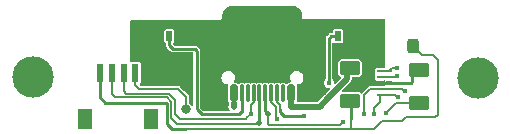
<source format=gtl>
G04 #@! TF.GenerationSoftware,KiCad,Pcbnew,(6.0.0)*
G04 #@! TF.CreationDate,2022-01-15T11:28:59+07:00*
G04 #@! TF.ProjectId,Unified-Daughterboard,556e6966-6965-4642-9d44-617567687465,C3*
G04 #@! TF.SameCoordinates,Original*
G04 #@! TF.FileFunction,Copper,L1,Top*
G04 #@! TF.FilePolarity,Positive*
%FSLAX46Y46*%
G04 Gerber Fmt 4.6, Leading zero omitted, Abs format (unit mm)*
G04 Created by KiCad (PCBNEW (6.0.0)) date 2022-01-15 11:28:59*
%MOMM*%
%LPD*%
G01*
G04 APERTURE LIST*
G04 Aperture macros list*
%AMRoundRect*
0 Rectangle with rounded corners*
0 $1 Rounding radius*
0 $2 $3 $4 $5 $6 $7 $8 $9 X,Y pos of 4 corners*
0 Add a 4 corners polygon primitive as box body*
4,1,4,$2,$3,$4,$5,$6,$7,$8,$9,$2,$3,0*
0 Add four circle primitives for the rounded corners*
1,1,$1+$1,$2,$3*
1,1,$1+$1,$4,$5*
1,1,$1+$1,$6,$7*
1,1,$1+$1,$8,$9*
0 Add four rect primitives between the rounded corners*
20,1,$1+$1,$2,$3,$4,$5,0*
20,1,$1+$1,$4,$5,$6,$7,0*
20,1,$1+$1,$6,$7,$8,$9,0*
20,1,$1+$1,$8,$9,$2,$3,0*%
G04 Aperture macros list end*
G04 #@! TA.AperFunction,ComponentPad*
%ADD10C,3.500001*%
G04 #@! TD*
G04 #@! TA.AperFunction,SMDPad,CuDef*
%ADD11R,0.500000X0.900000*%
G04 #@! TD*
G04 #@! TA.AperFunction,SMDPad,CuDef*
%ADD12RoundRect,0.125000X0.150000X0.000000X0.150000X0.000000X-0.150000X0.000000X-0.150000X0.000000X0*%
G04 #@! TD*
G04 #@! TA.AperFunction,SMDPad,CuDef*
%ADD13R,0.550000X0.250000*%
G04 #@! TD*
G04 #@! TA.AperFunction,SMDPad,CuDef*
%ADD14R,0.550000X0.300000*%
G04 #@! TD*
G04 #@! TA.AperFunction,SMDPad,CuDef*
%ADD15RoundRect,0.250000X-0.250000X-0.350000X0.250000X-0.350000X0.250000X0.350000X-0.250000X0.350000X0*%
G04 #@! TD*
G04 #@! TA.AperFunction,SMDPad,CuDef*
%ADD16RoundRect,0.250000X0.625000X-0.375000X0.625000X0.375000X-0.625000X0.375000X-0.625000X-0.375000X0*%
G04 #@! TD*
G04 #@! TA.AperFunction,WasherPad*
%ADD17C,3.500001*%
G04 #@! TD*
G04 #@! TA.AperFunction,SMDPad,CuDef*
%ADD18R,1.200000X1.800000*%
G04 #@! TD*
G04 #@! TA.AperFunction,SMDPad,CuDef*
%ADD19R,0.600000X1.550000*%
G04 #@! TD*
G04 #@! TA.AperFunction,SMDPad,CuDef*
%ADD20RoundRect,0.250000X-0.625000X0.375000X-0.625000X-0.375000X0.625000X-0.375000X0.625000X0.375000X0*%
G04 #@! TD*
G04 #@! TA.AperFunction,SMDPad,CuDef*
%ADD21RoundRect,0.150000X0.150000X0.575000X-0.150000X0.575000X-0.150000X-0.575000X0.150000X-0.575000X0*%
G04 #@! TD*
G04 #@! TA.AperFunction,SMDPad,CuDef*
%ADD22RoundRect,0.075000X0.075000X0.650000X-0.075000X0.650000X-0.075000X-0.650000X0.075000X-0.650000X0*%
G04 #@! TD*
G04 #@! TA.AperFunction,ComponentPad*
%ADD23O,1.100000X2.200000*%
G04 #@! TD*
G04 #@! TA.AperFunction,ComponentPad*
%ADD24O,1.300000X1.900000*%
G04 #@! TD*
G04 #@! TA.AperFunction,ViaPad*
%ADD25C,0.800000*%
G04 #@! TD*
G04 #@! TA.AperFunction,ViaPad*
%ADD26C,0.450000*%
G04 #@! TD*
G04 #@! TA.AperFunction,ViaPad*
%ADD27C,0.508000*%
G04 #@! TD*
G04 #@! TA.AperFunction,Conductor*
%ADD28C,0.152400*%
G04 #@! TD*
G04 #@! TA.AperFunction,Conductor*
%ADD29C,0.254000*%
G04 #@! TD*
G04 #@! TA.AperFunction,Conductor*
%ADD30C,0.508000*%
G04 #@! TD*
G04 #@! TA.AperFunction,Conductor*
%ADD31C,0.200000*%
G04 #@! TD*
G04 APERTURE END LIST*
D10*
X93232500Y-62853000D03*
D11*
X67108750Y-59286750D03*
X68608750Y-59286750D03*
D12*
X85706250Y-64255500D03*
D13*
X85706250Y-63755500D03*
D14*
X85706250Y-63255500D03*
D13*
X85706250Y-62755500D03*
X85706250Y-62255500D03*
X84936250Y-62255500D03*
X84936250Y-62755500D03*
D14*
X84936250Y-63255500D03*
D13*
X84936250Y-63755500D03*
X84936250Y-64255500D03*
D15*
X84465000Y-60080500D03*
X87765000Y-60080500D03*
D16*
X88262500Y-64943000D03*
X88262500Y-62143000D03*
D17*
X55562500Y-62733000D03*
D18*
X59942500Y-66273000D03*
X65542500Y-66273000D03*
D19*
X61242500Y-62398000D03*
X62242500Y-62398000D03*
X63242500Y-62398000D03*
X64242500Y-62398000D03*
D20*
X82422500Y-61983000D03*
X82422500Y-64783000D03*
D11*
X81396250Y-59286750D03*
X82896250Y-59286750D03*
D21*
X78252500Y-64118000D03*
X77452500Y-64118000D03*
D22*
X76252500Y-64118000D03*
X75256500Y-64118000D03*
X74752500Y-64118000D03*
X73752500Y-64118000D03*
D21*
X71752500Y-64118000D03*
X72552500Y-64118000D03*
D22*
X73252500Y-64118000D03*
X74252500Y-64118000D03*
X75752500Y-64118000D03*
X76752500Y-64118000D03*
D23*
X70702500Y-63343000D03*
D24*
X79302500Y-59143000D03*
D23*
X79302500Y-63343000D03*
D24*
X70702500Y-59143000D03*
D25*
X68552500Y-65463000D03*
D26*
X85452500Y-65793000D03*
D25*
X88362500Y-62003000D03*
D26*
X80632500Y-63233000D03*
X78512500Y-66023000D03*
X73992500Y-65853000D03*
X86442500Y-64433000D03*
X86412500Y-62653000D03*
D27*
X75512500Y-65833000D03*
D26*
X81812500Y-66540300D03*
X84462500Y-65893000D03*
D27*
X74742500Y-66593000D03*
D26*
X87046000Y-63909000D03*
X76242500Y-66273000D03*
X83602500Y-65853000D03*
X86412500Y-61983000D03*
D27*
X72552500Y-65239000D03*
X77452500Y-65239000D03*
D28*
X64242500Y-62398000D02*
X64242500Y-63373000D01*
X67872500Y-63723000D02*
X68552500Y-64403000D01*
X64582500Y-63713000D02*
X64592500Y-63723000D01*
X64592500Y-63723000D02*
X67872500Y-63723000D01*
X68552500Y-64403000D02*
X68552500Y-65463000D01*
X85452500Y-65793000D02*
X86302500Y-64943000D01*
X86302500Y-64943000D02*
X88262500Y-64943000D01*
X64242500Y-63373000D02*
X64582500Y-63713000D01*
X68542500Y-67163000D02*
X68562780Y-67142720D01*
X68562780Y-67142720D02*
X82612220Y-67142720D01*
X89432500Y-60863000D02*
X89852500Y-61283000D01*
X89852500Y-61283000D02*
X89852500Y-65913000D01*
X82542500Y-67143000D02*
X82512500Y-67113000D01*
X87765000Y-60080500D02*
X88547500Y-60863000D01*
X88547500Y-60863000D02*
X89432500Y-60863000D01*
X85142500Y-66433000D02*
X84432500Y-67143000D01*
D29*
X68542500Y-67163000D02*
X67372548Y-67163000D01*
X66912500Y-66702952D02*
X66912500Y-64923000D01*
D28*
X84432500Y-67143000D02*
X82612500Y-67143000D01*
X87152500Y-66123000D02*
X86842500Y-66433000D01*
X82512500Y-67113000D02*
X82512500Y-66303000D01*
D29*
X82512500Y-64873000D02*
X82422500Y-64783000D01*
X67372548Y-67163000D02*
X66912500Y-66702952D01*
X61712500Y-64923000D02*
X61242500Y-64453000D01*
X66912500Y-64923000D02*
X61712500Y-64923000D01*
D28*
X82612500Y-67143000D02*
X82542500Y-67143000D01*
X89852500Y-65913000D02*
X89642500Y-66123000D01*
X86842500Y-66433000D02*
X85142500Y-66433000D01*
D29*
X61242500Y-64453000D02*
X61242500Y-62398000D01*
D28*
X89642500Y-66123000D02*
X87152500Y-66123000D01*
D29*
X82512500Y-66303000D02*
X82512500Y-64873000D01*
D28*
X82612220Y-67142720D02*
X82612500Y-67143000D01*
D29*
X83992500Y-60553000D02*
X84465000Y-60080500D01*
X87702500Y-62461750D02*
X87702500Y-63153000D01*
X68608750Y-59286750D02*
X70558750Y-59286750D01*
D30*
X79324500Y-59143000D02*
X79324500Y-59283000D01*
D29*
X70558750Y-59286750D02*
X70702500Y-59143000D01*
X84275000Y-63255500D02*
X83992500Y-62973000D01*
X82896250Y-59286750D02*
X83671250Y-59286750D01*
X84936250Y-63255500D02*
X84275000Y-63255500D01*
X87702500Y-63153000D02*
X87600000Y-63255500D01*
X83671250Y-59286750D02*
X84465000Y-60080500D01*
X83992500Y-62973000D02*
X83992500Y-60553000D01*
X85706250Y-63255500D02*
X84936250Y-63255500D01*
X87600000Y-63255500D02*
X85706250Y-63255500D01*
D28*
X76526500Y-65404800D02*
X76526500Y-65114445D01*
D29*
X76522500Y-65723000D02*
X76522500Y-65408800D01*
D28*
X76252500Y-64840445D02*
X76252500Y-63568000D01*
D29*
X78512500Y-66023000D02*
X76822500Y-66023000D01*
X81396250Y-59286750D02*
X80828750Y-59286750D01*
X76254500Y-64238000D02*
X76254500Y-64389000D01*
X76254500Y-64389000D02*
X76231501Y-64411999D01*
X80828750Y-59286750D02*
X80632500Y-59483000D01*
X80632500Y-59483000D02*
X80632500Y-63233000D01*
X76522500Y-65408800D02*
X76526500Y-65404800D01*
D28*
X76526500Y-65114445D02*
X76252500Y-64840445D01*
D29*
X76822500Y-66023000D02*
X76522500Y-65723000D01*
D28*
X81539800Y-66813000D02*
X81812500Y-66540300D01*
X84462500Y-65363000D02*
X84936250Y-64889250D01*
D31*
X86442500Y-64433000D02*
X86265000Y-64255500D01*
X67629020Y-65889520D02*
X67629020Y-64677798D01*
D28*
X74012500Y-65078828D02*
X74012500Y-65833000D01*
D31*
X67087701Y-64136480D02*
X63485980Y-64136480D01*
X67996019Y-66256519D02*
X67629020Y-65889520D01*
X85706250Y-64255500D02*
X84936250Y-64255500D01*
X63242500Y-63893000D02*
X63242500Y-62398000D01*
D29*
X75522500Y-65843000D02*
X75256500Y-65577000D01*
D31*
X85706250Y-62755500D02*
X84936250Y-62755500D01*
X86310000Y-62755500D02*
X86412500Y-62653000D01*
D28*
X74252500Y-64838828D02*
X74252500Y-63568000D01*
D31*
X73588981Y-66256519D02*
X67996019Y-66256519D01*
X67629020Y-64677798D02*
X67087701Y-64136480D01*
D28*
X78682500Y-66813000D02*
X81539800Y-66813000D01*
D31*
X73612780Y-66232720D02*
X73588981Y-66256519D01*
D28*
X84936250Y-64889250D02*
X84936250Y-64255500D01*
X75512500Y-66743000D02*
X75532500Y-66763000D01*
D31*
X63485980Y-64136480D02*
X63242500Y-63893000D01*
D28*
X73992500Y-65853000D02*
X73612780Y-66232720D01*
D31*
X86265000Y-64255500D02*
X85706250Y-64255500D01*
D28*
X75532500Y-66763000D02*
X75582500Y-66813000D01*
X74012500Y-65078828D02*
X74252500Y-64838828D01*
D31*
X85706250Y-62755500D02*
X86310000Y-62755500D01*
D28*
X75512500Y-65833000D02*
X75512500Y-66743000D01*
X74012500Y-65833000D02*
X73992500Y-65853000D01*
X75502500Y-65823000D02*
X75512500Y-65833000D01*
X75582500Y-66813000D02*
X78682500Y-66813000D01*
D29*
X75256500Y-65577000D02*
X75256500Y-63568000D01*
D28*
X84462500Y-65893000D02*
X84462500Y-65363000D01*
D29*
X73053500Y-65903000D02*
X73252500Y-65704000D01*
X69432500Y-65423000D02*
X69912500Y-65903000D01*
X67422500Y-60353000D02*
X69292500Y-60353000D01*
D28*
X73052500Y-65853000D02*
X73252500Y-65653000D01*
D29*
X67108750Y-59286750D02*
X67108750Y-60039250D01*
X67108750Y-60039250D02*
X67422500Y-60353000D01*
D28*
X73252500Y-65653000D02*
X73252500Y-63568000D01*
D29*
X69432500Y-60493000D02*
X69432500Y-65423000D01*
X73252500Y-65704000D02*
X73252500Y-63568000D01*
X69292500Y-60353000D02*
X69432500Y-60493000D01*
X69912500Y-65903000D02*
X73053500Y-65903000D01*
D28*
X76192780Y-66223280D02*
X76192780Y-65279108D01*
D31*
X85706250Y-62255500D02*
X84936250Y-62255500D01*
X66952452Y-64463000D02*
X62502500Y-64463000D01*
D29*
X74732500Y-66583000D02*
X74732500Y-64827432D01*
D28*
X84936250Y-63755500D02*
X84120000Y-63755500D01*
D29*
X74752500Y-64807432D02*
X74752500Y-63568000D01*
D31*
X86412500Y-61983000D02*
X85978750Y-61983000D01*
D28*
X75752500Y-64838828D02*
X75752500Y-63568000D01*
D31*
X67302500Y-66233000D02*
X67302500Y-64813048D01*
D28*
X76192780Y-65279108D02*
X75752500Y-64838828D01*
X83602500Y-64273000D02*
X83602500Y-65853000D01*
X76242500Y-66273000D02*
X76192780Y-66223280D01*
D31*
X67302500Y-64813048D02*
X66952452Y-64463000D01*
X85706250Y-63755500D02*
X84936250Y-63755500D01*
X85706250Y-63755500D02*
X86835000Y-63755500D01*
D28*
X74732500Y-66583000D02*
X74742500Y-66593000D01*
D31*
X85978750Y-61983000D02*
X85706250Y-62255500D01*
D28*
X84120000Y-63755500D02*
X83972500Y-63903000D01*
D31*
X86835000Y-63755500D02*
X86988500Y-63909000D01*
X74732500Y-66583000D02*
X74602500Y-66713000D01*
X67782500Y-66713000D02*
X67302500Y-66233000D01*
X62502500Y-64463000D02*
X62242500Y-64203000D01*
X86988500Y-63909000D02*
X87046000Y-63909000D01*
D28*
X83972500Y-63903000D02*
X83602500Y-64273000D01*
D29*
X74732500Y-64827432D02*
X74752500Y-64807432D01*
D31*
X74602500Y-66713000D02*
X67782500Y-66713000D01*
X62242500Y-64203000D02*
X62242500Y-62398000D01*
D30*
X77452500Y-64895480D02*
X77452500Y-65239000D01*
X77452500Y-65239000D02*
X79846500Y-65239000D01*
X80592500Y-64493000D02*
X80592500Y-64483000D01*
X77452500Y-63568000D02*
X77452500Y-64895480D01*
X80592500Y-64483000D02*
X82146250Y-62929250D01*
X79846500Y-65239000D02*
X80592500Y-64493000D01*
X72552500Y-64895480D02*
X72552500Y-65239000D01*
X82146250Y-62929250D02*
X82146250Y-61855500D01*
G04 #@! TA.AperFunction,Conductor*
G36*
X77573589Y-56692154D02*
G01*
X77731796Y-56720641D01*
X77746098Y-56724710D01*
X77895611Y-56783770D01*
X77908824Y-56790569D01*
X78043799Y-56877895D01*
X78055412Y-56887158D01*
X78155756Y-56984907D01*
X78170564Y-56999332D01*
X78180136Y-57010709D01*
X78270964Y-57143342D01*
X78278111Y-57156380D01*
X78341066Y-57304291D01*
X78345508Y-57318481D01*
X78378129Y-57475882D01*
X78379692Y-57490668D01*
X78380092Y-57553974D01*
X78370759Y-57589142D01*
X78365983Y-57593903D01*
X78344724Y-57672759D01*
X78347272Y-57682326D01*
X78360623Y-57732456D01*
X78365742Y-57751679D01*
X78372732Y-57758690D01*
X78415703Y-57801793D01*
X78423403Y-57809517D01*
X78432962Y-57812094D01*
X78477443Y-57824086D01*
X78477447Y-57824086D01*
X78482204Y-57825369D01*
X78487133Y-57825376D01*
X78487137Y-57825377D01*
X78491802Y-57825384D01*
X78498670Y-57826605D01*
X78498750Y-57825745D01*
X78508610Y-57826662D01*
X78517893Y-57830098D01*
X78527652Y-57828432D01*
X78538697Y-57826547D01*
X78551465Y-57825475D01*
X85339415Y-57835854D01*
X85387726Y-57853521D01*
X85413377Y-57898109D01*
X85414500Y-57911054D01*
X85414500Y-61920016D01*
X85396907Y-61968354D01*
X85372423Y-61986307D01*
X85371592Y-61986472D01*
X85365432Y-61990588D01*
X85358593Y-61993421D01*
X85358181Y-61992426D01*
X85324644Y-62002600D01*
X85317856Y-62002600D01*
X85284320Y-61992426D01*
X85283908Y-61993421D01*
X85277067Y-61990587D01*
X85270908Y-61986472D01*
X85226307Y-61977600D01*
X84936290Y-61977600D01*
X84646194Y-61977601D01*
X84601592Y-61986472D01*
X84551016Y-62020266D01*
X84517222Y-62070842D01*
X84508350Y-62115443D01*
X84508351Y-62395556D01*
X84517222Y-62440158D01*
X84532103Y-62462428D01*
X84532967Y-62463722D01*
X84545193Y-62513687D01*
X84532967Y-62547278D01*
X84517222Y-62570842D01*
X84508350Y-62615443D01*
X84508351Y-62895556D01*
X84517222Y-62940158D01*
X84551016Y-62990734D01*
X84557173Y-62994848D01*
X84595433Y-63020413D01*
X84595434Y-63020414D01*
X84601592Y-63024528D01*
X84608856Y-63025973D01*
X84630981Y-63030374D01*
X84646193Y-63033400D01*
X84936210Y-63033400D01*
X85226306Y-63033399D01*
X85270908Y-63024528D01*
X85277069Y-63020412D01*
X85283910Y-63017578D01*
X85284322Y-63018573D01*
X85317856Y-63008400D01*
X85324644Y-63008400D01*
X85358181Y-63018574D01*
X85358593Y-63017579D01*
X85365432Y-63020412D01*
X85370790Y-63023992D01*
X85371593Y-63024529D01*
X85371510Y-63024653D01*
X85406004Y-63056263D01*
X85414500Y-63090984D01*
X85414500Y-63420016D01*
X85396907Y-63468354D01*
X85372423Y-63486307D01*
X85371592Y-63486472D01*
X85365432Y-63490588D01*
X85358593Y-63493421D01*
X85358181Y-63492426D01*
X85324644Y-63502600D01*
X85317856Y-63502600D01*
X85284320Y-63492426D01*
X85283908Y-63493421D01*
X85277067Y-63490587D01*
X85270908Y-63486472D01*
X85254761Y-63483260D01*
X85229932Y-63478321D01*
X85229931Y-63478321D01*
X85226307Y-63477600D01*
X84936290Y-63477600D01*
X84646194Y-63477601D01*
X84601592Y-63486472D01*
X84595432Y-63490588D01*
X84560804Y-63513726D01*
X84519025Y-63526400D01*
X84127980Y-63526400D01*
X84124045Y-63526297D01*
X84091252Y-63524578D01*
X84091249Y-63524578D01*
X84083361Y-63524165D01*
X84075984Y-63526997D01*
X84075982Y-63526997D01*
X84060257Y-63533033D01*
X84048945Y-63536385D01*
X84024735Y-63541531D01*
X84018338Y-63546179D01*
X84017748Y-63546607D01*
X84000498Y-63555973D01*
X83999817Y-63556234D01*
X83999814Y-63556236D01*
X83992436Y-63559068D01*
X83986848Y-63564656D01*
X83986846Y-63564657D01*
X83974933Y-63576570D01*
X83965963Y-63584231D01*
X83945942Y-63598778D01*
X83941991Y-63605622D01*
X83941988Y-63605625D01*
X83941622Y-63606259D01*
X83929674Y-63621828D01*
X83793482Y-63758020D01*
X83793473Y-63758031D01*
X83446124Y-64105379D01*
X83443271Y-64108086D01*
X83430057Y-64119985D01*
X83382364Y-64139256D01*
X83333442Y-64123362D01*
X83326563Y-64117276D01*
X83287271Y-64077984D01*
X83280377Y-64074471D01*
X83225929Y-64046729D01*
X83173555Y-64020043D01*
X83100044Y-64008400D01*
X83082126Y-64005562D01*
X83082124Y-64005562D01*
X83079208Y-64005100D01*
X81827391Y-64005100D01*
X81779053Y-63987507D01*
X81753333Y-63942958D01*
X81762266Y-63892300D01*
X81774217Y-63876726D01*
X82029116Y-63621828D01*
X82456616Y-63194328D01*
X82456619Y-63194324D01*
X82479542Y-63171401D01*
X82491574Y-63147788D01*
X82497734Y-63137734D01*
X82513320Y-63116282D01*
X82521511Y-63091072D01*
X82526027Y-63080169D01*
X82527294Y-63077684D01*
X82538059Y-63056556D01*
X82542206Y-63030374D01*
X82544960Y-63018902D01*
X82551321Y-62999323D01*
X82553149Y-62993697D01*
X82553149Y-62961280D01*
X82553150Y-62961274D01*
X82553150Y-62836100D01*
X82570743Y-62787762D01*
X82615292Y-62762042D01*
X82628350Y-62760900D01*
X83079208Y-62760900D01*
X83082124Y-62760438D01*
X83082126Y-62760438D01*
X83167708Y-62746883D01*
X83173555Y-62745957D01*
X83287271Y-62688016D01*
X83377516Y-62597771D01*
X83435457Y-62484055D01*
X83450400Y-62389708D01*
X83450400Y-61576292D01*
X83435457Y-61481945D01*
X83377516Y-61368229D01*
X83287271Y-61277984D01*
X83173555Y-61220043D01*
X83142540Y-61215131D01*
X83082126Y-61205562D01*
X83082124Y-61205562D01*
X83079208Y-61205100D01*
X81765792Y-61205100D01*
X81762876Y-61205562D01*
X81762874Y-61205562D01*
X81702460Y-61215131D01*
X81671445Y-61220043D01*
X81557729Y-61277984D01*
X81467484Y-61368229D01*
X81409543Y-61481945D01*
X81394600Y-61576292D01*
X81394600Y-62389708D01*
X81409543Y-62484055D01*
X81467484Y-62597771D01*
X81557729Y-62688016D01*
X81633979Y-62726867D01*
X81669060Y-62764486D01*
X81671752Y-62815856D01*
X81653012Y-62847044D01*
X81182598Y-63317458D01*
X81135978Y-63339198D01*
X81086291Y-63325884D01*
X81056786Y-63283747D01*
X81055150Y-63252522D01*
X81058242Y-63233000D01*
X81049245Y-63176191D01*
X81038331Y-63107285D01*
X81037405Y-63101438D01*
X80976933Y-62982755D01*
X80934426Y-62940248D01*
X80912686Y-62893628D01*
X80912400Y-62887074D01*
X80912400Y-59902873D01*
X80929993Y-59854535D01*
X80974542Y-59828815D01*
X81025200Y-59837748D01*
X81034732Y-59845063D01*
X81036016Y-59846984D01*
X81042173Y-59851098D01*
X81080433Y-59876663D01*
X81080434Y-59876664D01*
X81086592Y-59880778D01*
X81093856Y-59882223D01*
X81116348Y-59886697D01*
X81131193Y-59889650D01*
X81396214Y-59889650D01*
X81661306Y-59889649D01*
X81705908Y-59880778D01*
X81756484Y-59846984D01*
X81790278Y-59796408D01*
X81799150Y-59751807D01*
X81799149Y-58821694D01*
X81790278Y-58777092D01*
X81756484Y-58726516D01*
X81712068Y-58696838D01*
X81712066Y-58696836D01*
X81705908Y-58692722D01*
X81661307Y-58683850D01*
X81396286Y-58683850D01*
X81131194Y-58683851D01*
X81086592Y-58692722D01*
X81036016Y-58726516D01*
X81002222Y-58777092D01*
X80993350Y-58821693D01*
X80993350Y-58931650D01*
X80975757Y-58979988D01*
X80931208Y-59005708D01*
X80918150Y-59006850D01*
X80879309Y-59006850D01*
X80874551Y-59006500D01*
X80870347Y-59005057D01*
X80863411Y-59005317D01*
X80863409Y-59005317D01*
X80823989Y-59006797D01*
X80821168Y-59006850D01*
X80802719Y-59006850D01*
X80799312Y-59007485D01*
X80797006Y-59007698D01*
X80792908Y-59007964D01*
X80790363Y-59008060D01*
X80766149Y-59008968D01*
X80759769Y-59011709D01*
X80754556Y-59013948D01*
X80738644Y-59018782D01*
X80733069Y-59019820D01*
X80733062Y-59019823D01*
X80726242Y-59021093D01*
X80720334Y-59024735D01*
X80720331Y-59024736D01*
X80704059Y-59034766D01*
X80694287Y-59039843D01*
X80670346Y-59050129D01*
X80665793Y-59053869D01*
X80660325Y-59059337D01*
X80646613Y-59070177D01*
X80637479Y-59075807D01*
X80633276Y-59081334D01*
X80633275Y-59081335D01*
X80620324Y-59098367D01*
X80613639Y-59106023D01*
X80470339Y-59249323D01*
X80466721Y-59252446D01*
X80462726Y-59254399D01*
X80458005Y-59259488D01*
X80458004Y-59259489D01*
X80431154Y-59288434D01*
X80429196Y-59290466D01*
X80416174Y-59303488D01*
X80414214Y-59306344D01*
X80412732Y-59308128D01*
X80410034Y-59311201D01*
X80391813Y-59330844D01*
X80389242Y-59337289D01*
X80389241Y-59337290D01*
X80387138Y-59342562D01*
X80379305Y-59357232D01*
X80372168Y-59367636D01*
X80370564Y-59374394D01*
X80370564Y-59374395D01*
X80366153Y-59392985D01*
X80362834Y-59403483D01*
X80353175Y-59427692D01*
X80352600Y-59433556D01*
X80352600Y-59441293D01*
X80350568Y-59458656D01*
X80348092Y-59469090D01*
X80349028Y-59475968D01*
X80349028Y-59475969D01*
X80351913Y-59497166D01*
X80352600Y-59507307D01*
X80352600Y-62887074D01*
X80335007Y-62935412D01*
X80330574Y-62940248D01*
X80288067Y-62982755D01*
X80227595Y-63101438D01*
X80226669Y-63107285D01*
X80215756Y-63176191D01*
X80206758Y-63233000D01*
X80207684Y-63238845D01*
X80207684Y-63238847D01*
X80216413Y-63293962D01*
X80227595Y-63364562D01*
X80230282Y-63369835D01*
X80285191Y-63477600D01*
X80288067Y-63483245D01*
X80382255Y-63577433D01*
X80387531Y-63580121D01*
X80387532Y-63580122D01*
X80424147Y-63598778D01*
X80500938Y-63637905D01*
X80506785Y-63638831D01*
X80620384Y-63656823D01*
X80632500Y-63658742D01*
X80652021Y-63655650D01*
X80702514Y-63665464D01*
X80734887Y-63705440D01*
X80733990Y-63756872D01*
X80716959Y-63783097D01*
X80350349Y-64149708D01*
X80259208Y-64240849D01*
X80254226Y-64250627D01*
X80240397Y-64269659D01*
X79699983Y-64810074D01*
X79653363Y-64831814D01*
X79646809Y-64832100D01*
X77978906Y-64832100D01*
X77930568Y-64814507D01*
X77904848Y-64769958D01*
X77904212Y-64748192D01*
X77905400Y-64738004D01*
X77905400Y-63497996D01*
X77904828Y-63493184D01*
X77902925Y-63477191D01*
X77902924Y-63477189D01*
X77902258Y-63471588D01*
X77899968Y-63466432D01*
X77898472Y-63460990D01*
X77900399Y-63460460D01*
X77897420Y-63417369D01*
X77927688Y-63375776D01*
X77959875Y-63363596D01*
X78037855Y-63353330D01*
X78037858Y-63353329D01*
X78042736Y-63352687D01*
X78182733Y-63294698D01*
X78302951Y-63202451D01*
X78395198Y-63082233D01*
X78453187Y-62942236D01*
X78454086Y-62935412D01*
X78472323Y-62796884D01*
X78472966Y-62792000D01*
X78453187Y-62641764D01*
X78395198Y-62501767D01*
X78302951Y-62381549D01*
X78182733Y-62289302D01*
X78042736Y-62231313D01*
X78037858Y-62230671D01*
X78037855Y-62230670D01*
X77932653Y-62216820D01*
X77932648Y-62216820D01*
X77930220Y-62216500D01*
X77854780Y-62216500D01*
X77852352Y-62216820D01*
X77852347Y-62216820D01*
X77747145Y-62230670D01*
X77747142Y-62230671D01*
X77742264Y-62231313D01*
X77602267Y-62289302D01*
X77482049Y-62381549D01*
X77389802Y-62501767D01*
X77331813Y-62641764D01*
X77312034Y-62792000D01*
X77312677Y-62796884D01*
X77330915Y-62935412D01*
X77331813Y-62942236D01*
X77379167Y-63056556D01*
X77385843Y-63072674D01*
X77388087Y-63124065D01*
X77356772Y-63164875D01*
X77336394Y-63172595D01*
X77336667Y-63173437D01*
X77331040Y-63175265D01*
X77325194Y-63176191D01*
X77319923Y-63178877D01*
X77319922Y-63178877D01*
X77225176Y-63227153D01*
X77210349Y-63234708D01*
X77188300Y-63256757D01*
X77165657Y-63272305D01*
X77127964Y-63289048D01*
X77123062Y-63293959D01*
X77123057Y-63293962D01*
X77104783Y-63312269D01*
X77058182Y-63334050D01*
X77008483Y-63320780D01*
X76998388Y-63312316D01*
X76995919Y-63309847D01*
X76991807Y-63303693D01*
X76981165Y-63296582D01*
X76936347Y-63266636D01*
X76916422Y-63253323D01*
X76909160Y-63251879D01*
X76909159Y-63251878D01*
X76853572Y-63240821D01*
X76853571Y-63240821D01*
X76849947Y-63240100D01*
X76752527Y-63240100D01*
X76655054Y-63240101D01*
X76651431Y-63240822D01*
X76651427Y-63240822D01*
X76628382Y-63245406D01*
X76588578Y-63253323D01*
X76582418Y-63257439D01*
X76582416Y-63257440D01*
X76544278Y-63282922D01*
X76494312Y-63295148D01*
X76460722Y-63282922D01*
X76422581Y-63257438D01*
X76422579Y-63257437D01*
X76416422Y-63253323D01*
X76409160Y-63251879D01*
X76409159Y-63251878D01*
X76353572Y-63240821D01*
X76353571Y-63240821D01*
X76349947Y-63240100D01*
X76252527Y-63240100D01*
X76155054Y-63240101D01*
X76151431Y-63240822D01*
X76151427Y-63240822D01*
X76128382Y-63245406D01*
X76088578Y-63253323D01*
X76082418Y-63257439D01*
X76082416Y-63257440D01*
X76044278Y-63282922D01*
X75994312Y-63295148D01*
X75960722Y-63282922D01*
X75922581Y-63257438D01*
X75922579Y-63257437D01*
X75916422Y-63253323D01*
X75909160Y-63251879D01*
X75909159Y-63251878D01*
X75853572Y-63240821D01*
X75853571Y-63240821D01*
X75849947Y-63240100D01*
X75752527Y-63240100D01*
X75655054Y-63240101D01*
X75651431Y-63240822D01*
X75651427Y-63240822D01*
X75628382Y-63245406D01*
X75588578Y-63253323D01*
X75582421Y-63257437D01*
X75582419Y-63257438D01*
X75546279Y-63281586D01*
X75496313Y-63293812D01*
X75462721Y-63281586D01*
X75448837Y-63272309D01*
X75420422Y-63253323D01*
X75413160Y-63251879D01*
X75413159Y-63251878D01*
X75357572Y-63240821D01*
X75357571Y-63240821D01*
X75353947Y-63240100D01*
X75256527Y-63240100D01*
X75159054Y-63240101D01*
X75155431Y-63240822D01*
X75155427Y-63240822D01*
X75132382Y-63245406D01*
X75092578Y-63253323D01*
X75046278Y-63284259D01*
X74996313Y-63296485D01*
X74962722Y-63284259D01*
X74916422Y-63253323D01*
X74909160Y-63251879D01*
X74909159Y-63251878D01*
X74853572Y-63240821D01*
X74853571Y-63240821D01*
X74849947Y-63240100D01*
X74752527Y-63240100D01*
X74655054Y-63240101D01*
X74651431Y-63240822D01*
X74651427Y-63240822D01*
X74628382Y-63245406D01*
X74588578Y-63253323D01*
X74582418Y-63257439D01*
X74582416Y-63257440D01*
X74544278Y-63282922D01*
X74494312Y-63295148D01*
X74460722Y-63282922D01*
X74422581Y-63257438D01*
X74422579Y-63257437D01*
X74416422Y-63253323D01*
X74409160Y-63251879D01*
X74409159Y-63251878D01*
X74353572Y-63240821D01*
X74353571Y-63240821D01*
X74349947Y-63240100D01*
X74252527Y-63240100D01*
X74155054Y-63240101D01*
X74151431Y-63240822D01*
X74151427Y-63240822D01*
X74128382Y-63245406D01*
X74088578Y-63253323D01*
X74082418Y-63257439D01*
X74082416Y-63257440D01*
X74044278Y-63282922D01*
X73994312Y-63295148D01*
X73960722Y-63282922D01*
X73922581Y-63257438D01*
X73922579Y-63257437D01*
X73916422Y-63253323D01*
X73909160Y-63251879D01*
X73909159Y-63251878D01*
X73853572Y-63240821D01*
X73853571Y-63240821D01*
X73849947Y-63240100D01*
X73752527Y-63240100D01*
X73655054Y-63240101D01*
X73651431Y-63240822D01*
X73651427Y-63240822D01*
X73628382Y-63245406D01*
X73588578Y-63253323D01*
X73582418Y-63257439D01*
X73582416Y-63257440D01*
X73544278Y-63282922D01*
X73494312Y-63295148D01*
X73460722Y-63282922D01*
X73422581Y-63257438D01*
X73422579Y-63257437D01*
X73416422Y-63253323D01*
X73409160Y-63251879D01*
X73409159Y-63251878D01*
X73353572Y-63240821D01*
X73353571Y-63240821D01*
X73349947Y-63240100D01*
X73252527Y-63240100D01*
X73155054Y-63240101D01*
X73151431Y-63240822D01*
X73151427Y-63240822D01*
X73128382Y-63245406D01*
X73088578Y-63253323D01*
X73035566Y-63288744D01*
X73023836Y-63296582D01*
X73013193Y-63303693D01*
X73009081Y-63309847D01*
X73006584Y-63312344D01*
X72959964Y-63334084D01*
X72910277Y-63320770D01*
X72900283Y-63312392D01*
X72887449Y-63299581D01*
X72876593Y-63288744D01*
X72870243Y-63285937D01*
X72870242Y-63285936D01*
X72796472Y-63253323D01*
X72773389Y-63243118D01*
X72753688Y-63240821D01*
X72749666Y-63240352D01*
X72749665Y-63240352D01*
X72747504Y-63240100D01*
X72646553Y-63240100D01*
X72598215Y-63222507D01*
X72572495Y-63177958D01*
X72581428Y-63127300D01*
X72586893Y-63119121D01*
X72612200Y-63086140D01*
X72615198Y-63082233D01*
X72673187Y-62942236D01*
X72674086Y-62935412D01*
X72692323Y-62796884D01*
X72692966Y-62792000D01*
X72673187Y-62641764D01*
X72615198Y-62501767D01*
X72522951Y-62381549D01*
X72402733Y-62289302D01*
X72262736Y-62231313D01*
X72257858Y-62230671D01*
X72257855Y-62230670D01*
X72152653Y-62216820D01*
X72152648Y-62216820D01*
X72150220Y-62216500D01*
X72074780Y-62216500D01*
X72072352Y-62216820D01*
X72072347Y-62216820D01*
X71967145Y-62230670D01*
X71967142Y-62230671D01*
X71962264Y-62231313D01*
X71822267Y-62289302D01*
X71702049Y-62381549D01*
X71609802Y-62501767D01*
X71551813Y-62641764D01*
X71532034Y-62792000D01*
X71532677Y-62796884D01*
X71550915Y-62935412D01*
X71551813Y-62942236D01*
X71609802Y-63082233D01*
X71702049Y-63202451D01*
X71822267Y-63294698D01*
X71962264Y-63352687D01*
X71967142Y-63353329D01*
X71967145Y-63353330D01*
X72008051Y-63358715D01*
X72045220Y-63363608D01*
X72090847Y-63387360D01*
X72110532Y-63434884D01*
X72105563Y-63461259D01*
X72106392Y-63461485D01*
X72104906Y-63466936D01*
X72102618Y-63472111D01*
X72101963Y-63477729D01*
X72100078Y-63493900D01*
X72099600Y-63497996D01*
X72099600Y-64738004D01*
X72099863Y-64740211D01*
X72099863Y-64740218D01*
X72101988Y-64758074D01*
X72102742Y-64764412D01*
X72116042Y-64794354D01*
X72139125Y-64846321D01*
X72145600Y-64876848D01*
X72145600Y-65098775D01*
X72144674Y-65110539D01*
X72128181Y-65214676D01*
X72124328Y-65239000D01*
X72145284Y-65371312D01*
X72155204Y-65390781D01*
X72203166Y-65484910D01*
X72206102Y-65490673D01*
X72210291Y-65494862D01*
X72213765Y-65499643D01*
X72212781Y-65500358D01*
X72231895Y-65541346D01*
X72218581Y-65591033D01*
X72176444Y-65620538D01*
X72156981Y-65623100D01*
X70059588Y-65623100D01*
X70011250Y-65605507D01*
X70006414Y-65601075D01*
X69734426Y-65329088D01*
X69712686Y-65282467D01*
X69712400Y-65275913D01*
X69712400Y-60543565D01*
X69712750Y-60538803D01*
X69714194Y-60534597D01*
X69713928Y-60527496D01*
X69712453Y-60488225D01*
X69712400Y-60485404D01*
X69712400Y-60466969D01*
X69711766Y-60463564D01*
X69711552Y-60461246D01*
X69711287Y-60457157D01*
X69710543Y-60437339D01*
X69710542Y-60437337D01*
X69710282Y-60430399D01*
X69707542Y-60424021D01*
X69707541Y-60424017D01*
X69705302Y-60418806D01*
X69700468Y-60402894D01*
X69699430Y-60397319D01*
X69699427Y-60397312D01*
X69698157Y-60390492D01*
X69694515Y-60384584D01*
X69694514Y-60384581D01*
X69684484Y-60368309D01*
X69679407Y-60358537D01*
X69671213Y-60339466D01*
X69669121Y-60334596D01*
X69665381Y-60330043D01*
X69659913Y-60324575D01*
X69649071Y-60310860D01*
X69643443Y-60301729D01*
X69637916Y-60297526D01*
X69637915Y-60297525D01*
X69620883Y-60284574D01*
X69613227Y-60277889D01*
X69526177Y-60190839D01*
X69523054Y-60187221D01*
X69521101Y-60183226D01*
X69487065Y-60151653D01*
X69485034Y-60149696D01*
X69472012Y-60136674D01*
X69469156Y-60134714D01*
X69467372Y-60133232D01*
X69464292Y-60130528D01*
X69449745Y-60117034D01*
X69444656Y-60112313D01*
X69438211Y-60109742D01*
X69438210Y-60109741D01*
X69432938Y-60107638D01*
X69418268Y-60099805D01*
X69413590Y-60096596D01*
X69407864Y-60092668D01*
X69401106Y-60091064D01*
X69401105Y-60091064D01*
X69382515Y-60086653D01*
X69372017Y-60083334D01*
X69347808Y-60073675D01*
X69341944Y-60073100D01*
X69334207Y-60073100D01*
X69316843Y-60071068D01*
X69306410Y-60068592D01*
X69299532Y-60069528D01*
X69299531Y-60069528D01*
X69278334Y-60072413D01*
X69268193Y-60073100D01*
X67569588Y-60073100D01*
X67521250Y-60055507D01*
X67516414Y-60051074D01*
X67439866Y-59974526D01*
X67418126Y-59927906D01*
X67431440Y-59878219D01*
X67451257Y-59858829D01*
X67468984Y-59846984D01*
X67502778Y-59796408D01*
X67511650Y-59751807D01*
X67511649Y-58821694D01*
X67502778Y-58777092D01*
X67468984Y-58726516D01*
X67424568Y-58696838D01*
X67424566Y-58696836D01*
X67418408Y-58692722D01*
X67373807Y-58683850D01*
X67108786Y-58683850D01*
X66843694Y-58683851D01*
X66799092Y-58692722D01*
X66748516Y-58726516D01*
X66714722Y-58777092D01*
X66705850Y-58821693D01*
X66705851Y-59751806D01*
X66714722Y-59796408D01*
X66748516Y-59846984D01*
X66795431Y-59878332D01*
X66825846Y-59919813D01*
X66828850Y-59940856D01*
X66828850Y-59988685D01*
X66828500Y-59993447D01*
X66827056Y-59997653D01*
X66827316Y-60004588D01*
X66827316Y-60004591D01*
X66828797Y-60044025D01*
X66828850Y-60046846D01*
X66828850Y-60065281D01*
X66829484Y-60068686D01*
X66829698Y-60071004D01*
X66829963Y-60075093D01*
X66830273Y-60083331D01*
X66830968Y-60101851D01*
X66833708Y-60108229D01*
X66833709Y-60108233D01*
X66835948Y-60113444D01*
X66840782Y-60129356D01*
X66841820Y-60134931D01*
X66841823Y-60134938D01*
X66843093Y-60141758D01*
X66846735Y-60147666D01*
X66846736Y-60147669D01*
X66856766Y-60163941D01*
X66861843Y-60173713D01*
X66872129Y-60197654D01*
X66875869Y-60202207D01*
X66881337Y-60207675D01*
X66892177Y-60221387D01*
X66897807Y-60230521D01*
X66903334Y-60234724D01*
X66903335Y-60234725D01*
X66920367Y-60247676D01*
X66928023Y-60254361D01*
X67188823Y-60515161D01*
X67191946Y-60518779D01*
X67193899Y-60522774D01*
X67198988Y-60527495D01*
X67198989Y-60527496D01*
X67227934Y-60554346D01*
X67229966Y-60556304D01*
X67242988Y-60569326D01*
X67245844Y-60571286D01*
X67247628Y-60572768D01*
X67250701Y-60575466D01*
X67270344Y-60593687D01*
X67276797Y-60596261D01*
X67276798Y-60596262D01*
X67282064Y-60598363D01*
X67296738Y-60606198D01*
X67307137Y-60613332D01*
X67313889Y-60614934D01*
X67313890Y-60614935D01*
X67323320Y-60617173D01*
X67332495Y-60619350D01*
X67342993Y-60622671D01*
X67362262Y-60630359D01*
X67362267Y-60630360D01*
X67367192Y-60632325D01*
X67373056Y-60632900D01*
X67380788Y-60632900D01*
X67398151Y-60634932D01*
X67401835Y-60635806D01*
X67408590Y-60637409D01*
X67415468Y-60636473D01*
X67415469Y-60636473D01*
X67436674Y-60633587D01*
X67446815Y-60632900D01*
X69077400Y-60632900D01*
X69125738Y-60650493D01*
X69151458Y-60695042D01*
X69152600Y-60708100D01*
X69152600Y-65115297D01*
X69135007Y-65163635D01*
X69090458Y-65189355D01*
X69039800Y-65180422D01*
X69017740Y-65161075D01*
X68949834Y-65072577D01*
X68949831Y-65072574D01*
X68946833Y-65068667D01*
X68831336Y-64980043D01*
X68826781Y-64978156D01*
X68822513Y-64975692D01*
X68823295Y-64974338D01*
X68790099Y-64943923D01*
X68781600Y-64909195D01*
X68781600Y-64410960D01*
X68781703Y-64407025D01*
X68782872Y-64384717D01*
X68783834Y-64366360D01*
X68774967Y-64343261D01*
X68771614Y-64331943D01*
X68768112Y-64315465D01*
X68766469Y-64307735D01*
X68761823Y-64301340D01*
X68761393Y-64300748D01*
X68752027Y-64283498D01*
X68751765Y-64282816D01*
X68751764Y-64282815D01*
X68748932Y-64275436D01*
X68731436Y-64257940D01*
X68723772Y-64248968D01*
X68713867Y-64235335D01*
X68709222Y-64228942D01*
X68701743Y-64224624D01*
X68686169Y-64212673D01*
X68365797Y-63892300D01*
X68040130Y-63566633D01*
X68037420Y-63563778D01*
X68030392Y-63555973D01*
X68010170Y-63533514D01*
X67987553Y-63523444D01*
X67977197Y-63517821D01*
X67956436Y-63504339D01*
X67947912Y-63502989D01*
X67929087Y-63497413D01*
X67928420Y-63497116D01*
X67921197Y-63493900D01*
X67896446Y-63493900D01*
X67884682Y-63492974D01*
X67868048Y-63490339D01*
X67868046Y-63490339D01*
X67860242Y-63489103D01*
X67852610Y-63491148D01*
X67852609Y-63491148D01*
X67851901Y-63491338D01*
X67832438Y-63493900D01*
X64718545Y-63493900D01*
X64670207Y-63476307D01*
X64665371Y-63471874D01*
X64612021Y-63418524D01*
X64590281Y-63371904D01*
X64603595Y-63322217D01*
X64623416Y-63302824D01*
X64646577Y-63287348D01*
X64652734Y-63283234D01*
X64660034Y-63272309D01*
X64682413Y-63238817D01*
X64682414Y-63238816D01*
X64686528Y-63232658D01*
X64695400Y-63188057D01*
X64695399Y-61607944D01*
X64686528Y-61563342D01*
X64652734Y-61512766D01*
X64615358Y-61487792D01*
X64608317Y-61483087D01*
X64608316Y-61483086D01*
X64602158Y-61478972D01*
X64557557Y-61470100D01*
X64242543Y-61470100D01*
X63927444Y-61470101D01*
X63914369Y-61472702D01*
X63863531Y-61464877D01*
X63829613Y-61426203D01*
X63824500Y-61398947D01*
X63824500Y-57955842D01*
X63842093Y-57907504D01*
X63886642Y-57881784D01*
X63899648Y-57880642D01*
X68104844Y-57877723D01*
X71472668Y-57875386D01*
X71477427Y-57874107D01*
X71477429Y-57874107D01*
X71521922Y-57862152D01*
X71521923Y-57862151D01*
X71531482Y-57859583D01*
X71589192Y-57801793D01*
X71610275Y-57722891D01*
X71597689Y-57676045D01*
X71595129Y-57658031D01*
X71592515Y-57526603D01*
X71593690Y-57511782D01*
X71622177Y-57353575D01*
X71626246Y-57339273D01*
X71685304Y-57189764D01*
X71692105Y-57176547D01*
X71779431Y-57041572D01*
X71788694Y-57029959D01*
X71900870Y-56914805D01*
X71912245Y-56905235D01*
X72044878Y-56814407D01*
X72057914Y-56807261D01*
X72131872Y-56775782D01*
X72205827Y-56744305D01*
X72220017Y-56739863D01*
X72377418Y-56707242D01*
X72392205Y-56705678D01*
X72532005Y-56704796D01*
X72540723Y-56706328D01*
X72540789Y-56705616D01*
X72550644Y-56706532D01*
X72559929Y-56709969D01*
X72581183Y-56706341D01*
X72593681Y-56705269D01*
X77356290Y-56695433D01*
X77367151Y-56696200D01*
X77381415Y-56698252D01*
X77381417Y-56698252D01*
X77391218Y-56699662D01*
X77400411Y-56695982D01*
X77410240Y-56694808D01*
X77410325Y-56695520D01*
X77419001Y-56693758D01*
X77465406Y-56692835D01*
X77558768Y-56690979D01*
X77573589Y-56692154D01*
G37*
G04 #@! TD.AperFunction*
M02*

</source>
